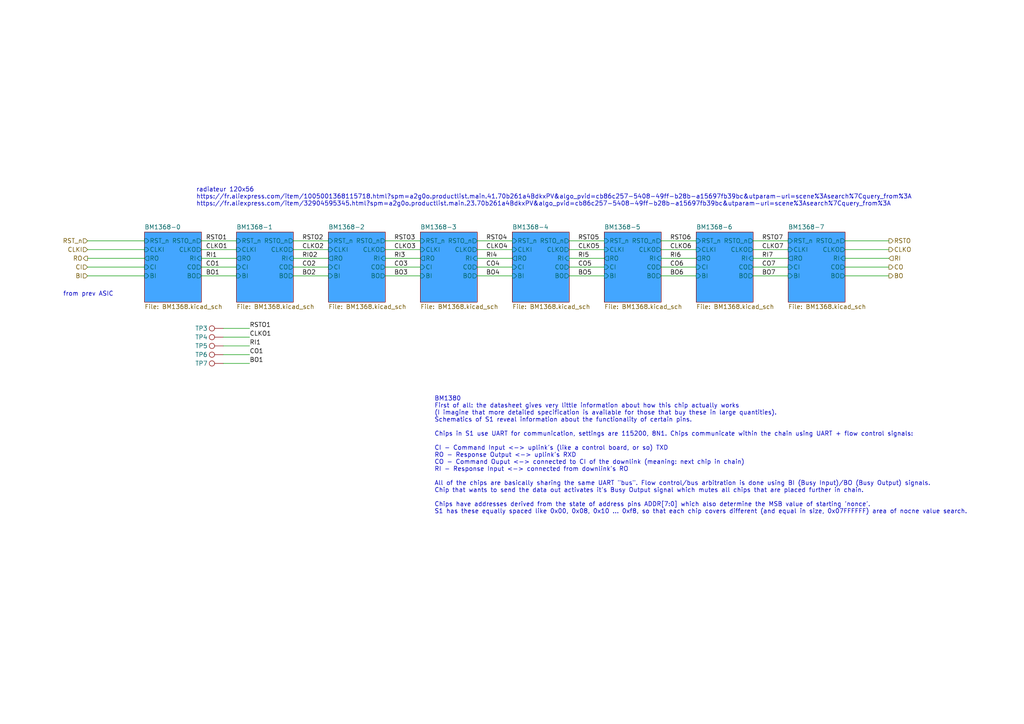
<source format=kicad_sch>
(kicad_sch (version 20231120) (generator "eeschema") (generator_version "8.0")
  (paper "A4")
  (lib_symbols
    (symbol "Connector:TestPoint" (pin_numbers hide) (pin_names (offset 0.762) hide)
      (property "Reference" "TP" (at 0 6.858 0))
      (property "Value" "TestPoint" (at 0 5.08 0))
      (symbol "TestPoint_0_1"
        (circle (center 0 3.302) (radius 0.762))
      )
      (symbol "TestPoint_1_1"
        (pin passive line (at 0 0 90) (length 2.54) (name "1") (number "1"))
      )
    )
  )
  (wire (pts (xy 218.44 80.01) (xy 228.6 80.01)))
  (wire (pts (xy 218.44 72.39) (xy 228.6 72.39)))
  (wire (pts (xy 111.76 74.93) (xy 121.92 74.93)))
  (wire (pts (xy 218.44 69.85) (xy 228.6 69.85)))
  (wire (pts (xy 25.4 72.39) (xy 41.91 72.39)))
  (wire (pts (xy 165.1 77.47) (xy 175.26 77.47)))
  (wire (pts (xy 165.1 80.01) (xy 175.26 80.01)))
  (wire (pts (xy 85.09 80.01) (xy 95.25 80.01)))
  (wire (pts (xy 245.11 72.39) (xy 257.81 72.39)))
  (wire (pts (xy 85.09 74.93) (xy 95.25 74.93)))
  (wire (pts (xy 64.77 95.25) (xy 72.39 95.25)))
  (wire (pts (xy 72.39 105.41) (xy 64.77 105.41)))
  (wire (pts (xy 85.09 77.47) (xy 95.25 77.47)))
  (wire (pts (xy 25.4 74.93) (xy 41.91 74.93)))
  (wire (pts (xy 138.43 69.85) (xy 148.59 69.85)))
  (wire (pts (xy 165.1 69.85) (xy 175.26 69.85)))
  (wire (pts (xy 85.09 69.85) (xy 95.25 69.85)))
  (wire (pts (xy 58.42 80.01) (xy 68.58 80.01)))
  (wire (pts (xy 245.11 74.93) (xy 257.81 74.93)))
  (wire (pts (xy 111.76 72.39) (xy 121.92 72.39)))
  (wire (pts (xy 245.11 77.47) (xy 257.81 77.47)))
  (wire (pts (xy 58.42 74.93) (xy 68.58 74.93)))
  (wire (pts (xy 191.77 77.47) (xy 201.93 77.47)))
  (wire (pts (xy 64.77 100.33) (xy 72.39 100.33)))
  (wire (pts (xy 245.11 69.85) (xy 257.81 69.85)))
  (wire (pts (xy 138.43 77.47) (xy 148.59 77.47)))
  (wire (pts (xy 25.4 77.47) (xy 41.91 77.47)))
  (wire (pts (xy 191.77 69.85) (xy 201.93 69.85)))
  (wire (pts (xy 165.1 72.39) (xy 175.26 72.39)))
  (wire (pts (xy 58.42 72.39) (xy 68.58 72.39)))
  (wire (pts (xy 191.77 74.93) (xy 201.93 74.93)))
  (wire (pts (xy 72.39 102.87) (xy 64.77 102.87)))
  (wire (pts (xy 138.43 80.01) (xy 148.59 80.01)))
  (wire (pts (xy 25.4 69.85) (xy 41.91 69.85)))
  (wire (pts (xy 111.76 77.47) (xy 121.92 77.47)))
  (wire (pts (xy 58.42 69.85) (xy 68.58 69.85)))
  (wire (pts (xy 138.43 72.39) (xy 148.59 72.39)))
  (wire (pts (xy 85.09 72.39) (xy 95.25 72.39)))
  (wire (pts (xy 64.77 97.79) (xy 72.39 97.79)))
  (wire (pts (xy 245.11 80.01) (xy 257.81 80.01)))
  (wire (pts (xy 138.43 74.93) (xy 148.59 74.93)))
  (wire (pts (xy 191.77 80.01) (xy 201.93 80.01)))
  (wire (pts (xy 111.76 80.01) (xy 121.92 80.01)))
  (wire (pts (xy 58.42 77.47) (xy 68.58 77.47)))
  (wire (pts (xy 25.4 80.01) (xy 41.91 80.01)))
  (wire (pts (xy 218.44 74.93) (xy 228.6 74.93)))
  (wire (pts (xy 165.1 74.93) (xy 175.26 74.93)))
  (wire (pts (xy 191.77 72.39) (xy 201.93 72.39)))
  (wire (pts (xy 111.76 69.85) (xy 121.92 69.85)))
  (wire (pts (xy 218.44 77.47) (xy 228.6 77.47)))
  (text "from prev ASIC" (at 18.288 85.344 0) (effects (font (size 1.27 1.27)) (justify left)))
  (text "BM1380\nFirst of all: the datasheet gives very little information about how this chip actually works \n(I imagine that more detailed specification is available for those that buy these in large quantities). \nSchematics of S1 reveal information about the functionality of certain pins.\n\nChips in S1 use UART for communication, settings are 115200, 8N1. Chips communicate within the chain using UART + flow control signals:\n\nCI - Command Input <-> uplink's (like a control board, or so) TXD\nRO - Response Output <-> uplink's RXD\nCO - Command Ouput <-> connected to CI of the downlink (meaning: next chip in chain)\nRI - Response Input <-> connected from downlink's RO\n\nAll of the chips are basically sharing the same UART \"bus\". Flow control/bus arbitration is done using BI (Busy Input)/BO (Busy Output) signals. \nChip that wants to send the data out activates it's Busy Output signal which mutes all chips that are placed further in chain.\n\nChips have addresses derived from the state of address pins ADDR[7:0] which also determine the MSB value of starting 'nonce'. \nS1 has these equally spaced like 0x00, 0x08, 0x10 … 0xf8, so that each chip covers different (and equal in size, 0x07FFFFFF) area of nocne value search." (at 125.984 132.08 0) (effects (font (size 1.27 1.27)) (justify left)))
  (text "radiateur 120x56\nhttps://fr.aliexpress.com/item/1005001368115718.html?spm=a2g0o.productlist.main.41.70b261a4BdkxPV&algo_pvid=cb86c257-5408-49ff-b28b-a15697fb39bc&utparam-url=scene%3Asearch%7Cquery_from%3A\nhttps://fr.aliexpress.com/item/32904595345.html?spm=a2g0o.productlist.main.23.70b261a4BdkxPV&algo_pvid=cb86c257-5408-49ff-b28b-a15697fb39bc&utparam-url=scene%3Asearch%7Cquery_from%3A\n" (at 56.896 57.15 0) (effects (font (size 1.27 1.27)) (justify left)))
  (label "BO6" (at 194.31 80.01 0))
  (label "RSTO6" (at 194.31 69.85 0))
  (label "BO1" (at 59.69 80.01 0))
  (label "CLKO7" (at 220.98 72.39 0))
  (label "BO5" (at 167.64 80.01 0))
  (label "CO1" (at 72.39 102.87 0))
  (label "RSTO3" (at 114.3 69.85 0))
  (label "BO1" (at 72.39 105.41 0))
  (label "BO4" (at 140.97 80.01 0))
  (label "RSTO7" (at 220.98 69.85 0))
  (label "RSTO4" (at 140.97 69.85 0))
  (label "CO6" (at 194.31 77.47 0))
  (label "RI4" (at 140.97 74.93 0))
  (label "CLKO3" (at 114.3 72.39 0))
  (label "RSTO2" (at 87.63 69.85 0))
  (label "RI7" (at 220.98 74.93 0))
  (label "CLKO5" (at 167.64 72.39 0))
  (label "RI1" (at 72.39 100.33 0))
  (label "CO5" (at 167.64 77.47 0))
  (label "CO7" (at 220.98 77.47 0))
  (label "CO2" (at 87.63 77.47 0))
  (label "BO2" (at 87.63 80.01 0))
  (label "RI5" (at 167.64 74.93 0))
  (label "CLKO1" (at 72.39 97.79 0))
  (label "BO7" (at 220.98 80.01 0))
  (label "RI02" (at 87.63 74.93 0))
  (label "CO4" (at 140.97 77.47 0))
  (label "RI3" (at 114.3 74.93 0))
  (label "CLKO4" (at 140.97 72.39 0))
  (label "CLKO2" (at 87.63 72.39 0))
  (label "CLKO1" (at 59.69 72.39 0))
  (label "RSTO5" (at 167.64 69.85 0))
  (label "CO1" (at 59.69 77.47 0))
  (label "CO3" (at 114.3 77.47 0))
  (label "RSTO1" (at 72.39 95.25 0))
  (label "BO3" (at 114.3 80.01 0))
  (label "RI6" (at 194.31 74.93 0))
  (label "CLKO6" (at 194.31 72.39 0))
  (label "RI1" (at 59.69 74.93 0))
  (label "RSTO1" (at 59.69 69.85 0))
  (hierarchical_label "CLKO" (shape output) (at 257.81 72.39 0))
  (hierarchical_label "CLKI" (shape input) (at 25.4 72.39 180))
  (hierarchical_label "CO" (shape output) (at 257.81 77.47 0))
  (hierarchical_label "RSTO" (shape output) (at 257.81 69.85 0))
  (hierarchical_label "CI" (shape input) (at 25.4 77.47 180))
  (hierarchical_label "RI" (shape input) (at 257.81 74.93 0))
  (hierarchical_label "RST_n" (shape input) (at 25.4 69.85 180))
  (hierarchical_label "BO" (shape output) (at 257.81 80.01 0))
  (hierarchical_label "BI" (shape input) (at 25.4 80.01 180))
  (hierarchical_label "RO" (shape output) (at 25.4 74.93 180))
  (symbol (lib_id "Connector:TestPoint") (at 64.77 105.41 90) (unit 1) (in_bom no)
    (property "Reference" "TP7" (at 58.42 105.41 90))
    (property "Value" "TestPoint" (effects (hide yes)))
    (property "Footprint" "TestPoint:TestPoint_Pad_D1.0mm" (effects (hide yes)))
    (instances (project "AsicsBoard - 16xBM1368 - 01A" (path "" (reference "TP7") (unit 1)) (path "" (reference "TP12") (unit 1))))
  )
  (symbol (lib_id "Connector:TestPoint") (at 64.77 102.87 90) (unit 1) (in_bom no)
    (property "Reference" "TP6" (at 58.42 102.87 90))
    (property "Value" "TestPoint" (effects (hide yes)))
    (property "Footprint" "TestPoint:TestPoint_Pad_D1.0mm" (effects (hide yes)))
    (instances (project "AsicsBoard - 16xBM1368 - 01A" (path "" (reference "TP6") (unit 1)) (path "" (reference "TP11") (unit 1))))
  )
  (symbol (lib_id "Connector:TestPoint") (at 64.77 95.25 90) (mirror x) (unit 1) (in_bom no)
    (property "Reference" "TP3" (at 58.42 95.25 90))
    (property "Value" "TestPoint" (effects (hide yes)))
    (property "Footprint" "TestPoint:TestPoint_Pad_D1.0mm" (effects (hide yes)))
    (instances (project "AsicsBoard - 16xBM1368 - 01A" (path "" (reference "TP3") (unit 1)) (path "" (reference "TP8") (unit 1))))
  )
  (symbol (lib_id "Connector:TestPoint") (at 64.77 100.33 90) (mirror x) (unit 1) (in_bom no)
    (property "Reference" "TP5" (at 58.42 100.33 90))
    (property "Value" "TestPoint" (effects (hide yes)))
    (property "Footprint" "TestPoint:TestPoint_Pad_D1.0mm" (effects (hide yes)))
    (instances (project "AsicsBoard - 16xBM1368 - 01A" (path "" (reference "TP5") (unit 1)) (path "" (reference "TP10") (unit 1))))
  )
  (symbol (lib_id "Connector:TestPoint") (at 64.77 97.79 90) (unit 1) (in_bom no)
    (property "Reference" "TP4" (at 58.42 97.79 90))
    (property "Value" "TestPoint" (effects (hide yes)))
    (property "Footprint" "TestPoint:TestPoint_Pad_D1.0mm" (effects (hide yes)))
    (instances (project "AsicsBoard - 16xBM1368 - 01A" (path "" (reference "TP4") (unit 1)) (path "" (reference "TP9") (unit 1))))
  )
  (sheet (at 41.91 67.31) (size 16.51 20.32) (stroke (width 0.1524)) (fill (color 67 166 255 1.0000))
    (property "Sheetname" "BM1368-0" (at 41.91 66.5984 0) (effects (justify left bottom)))
    (property "Sheetfile" "BM1368.kicad_sch" (at 41.91 88.2146 0) (effects (justify left top)))
    (pin "CLKO" output (at 58.42 72.39 0))
    (pin "RO" output (at 41.91 74.93 180))
    (pin "CO" output (at 58.42 77.47 0))
    (pin "BO" output (at 58.42 80.01 0))
    (pin "RSTO_n" output (at 58.42 69.85 0))
    (pin "CLKI" input (at 41.91 72.39 180))
    (pin "CI" input (at 41.91 77.47 180))
    (pin "RI" input (at 58.42 74.93 0))
    (pin "RST_n" input (at 41.91 69.85 180))
    (pin "BI" input (at 41.91 80.01 180))
  )
  (sheet (at 175.26 67.31) (size 16.51 20.32) (stroke (width 0.1524)) (fill (color 67 166 255 1.0000))
    (property "Sheetname" "BM1368-5" (at 175.26 66.5984 0) (effects (justify left bottom)))
    (property "Sheetfile" "BM1368.kicad_sch" (at 175.26 88.2146 0) (effects (justify left top)))
    (pin "CLKO" output (at 191.77 72.39 0))
    (pin "RO" output (at 175.26 74.93 180))
    (pin "CO" output (at 191.77 77.47 0))
    (pin "BO" output (at 191.77 80.01 0))
    (pin "RSTO_n" output (at 191.77 69.85 0))
    (pin "CLKI" input (at 175.26 72.39 180))
    (pin "CI" input (at 175.26 77.47 180))
    (pin "RI" input (at 191.77 74.93 0))
    (pin "RST_n" input (at 175.26 69.85 180))
    (pin "BI" input (at 175.26 80.01 180))
  )
  (sheet (at 121.92 67.31) (size 16.51 20.32) (stroke (width 0.1524)) (fill (color 67 166 255 1.0000))
    (property "Sheetname" "BM1368-3" (at 121.92 66.5984 0) (effects (justify left bottom)))
    (property "Sheetfile" "BM1368.kicad_sch" (at 121.92 88.2146 0) (effects (justify left top)))
    (pin "CLKO" output (at 138.43 72.39 0))
    (pin "RO" output (at 121.92 74.93 180))
    (pin "CO" output (at 138.43 77.47 0))
    (pin "BO" output (at 138.43 80.01 0))
    (pin "RSTO_n" output (at 138.43 69.85 0))
    (pin "CLKI" input (at 121.92 72.39 180))
    (pin "CI" input (at 121.92 77.47 180))
    (pin "RI" input (at 138.43 74.93 0))
    (pin "RST_n" input (at 121.92 69.85 180))
    (pin "BI" input (at 121.92 80.01 180))
  )
  (sheet (at 228.6 67.31) (size 16.51 20.32) (stroke (width 0.1524)) (fill (color 67 166 255 1.0000))
    (property "Sheetname" "BM1368-7" (at 228.6 66.5984 0) (effects (justify left bottom)))
    (property "Sheetfile" "BM1368.kicad_sch" (at 228.6 88.2146 0) (effects (justify left top)))
    (pin "CLKO" output (at 245.11 72.39 0))
    (pin "RO" output (at 228.6 74.93 180))
    (pin "CO" output (at 245.11 77.47 0))
    (pin "BO" output (at 245.11 80.01 0))
    (pin "RSTO_n" output (at 245.11 69.85 0))
    (pin "CLKI" input (at 228.6 72.39 180))
    (pin "CI" input (at 228.6 77.47 180))
    (pin "RI" input (at 245.11 74.93 0))
    (pin "RST_n" input (at 228.6 69.85 180))
    (pin "BI" input (at 228.6 80.01 180))
  )
  (sheet (at 148.59 67.31) (size 16.51 20.32) (stroke (width 0.1524)) (fill (color 67 166 255 1.0000))
    (property "Sheetname" "BM1368-4" (at 148.59 66.5984 0) (effects (justify left bottom)))
    (property "Sheetfile" "BM1368.kicad_sch" (at 148.59 88.2146 0) (effects (justify left top)))
    (pin "CLKO" output (at 165.1 72.39 0))
    (pin "RO" output (at 148.59 74.93 180))
    (pin "CO" output (at 165.1 77.47 0))
    (pin "BO" output (at 165.1 80.01 0))
    (pin "RSTO_n" output (at 165.1 69.85 0))
    (pin "CLKI" input (at 148.59 72.39 180))
    (pin "CI" input (at 148.59 77.47 180))
    (pin "RI" input (at 165.1 74.93 0))
    (pin "RST_n" input (at 148.59 69.85 180))
    (pin "BI" input (at 148.59 80.01 180))
  )
  (sheet (at 201.93 67.31) (size 16.51 20.32) (stroke (width 0.1524)) (fill (color 67 166 255 1.0000))
    (property "Sheetname" "BM1368-6" (at 201.93 66.5984 0) (effects (justify left bottom)))
    (property "Sheetfile" "BM1368.kicad_sch" (at 201.93 88.2146 0) (effects (justify left top)))
    (pin "CLKO" output (at 218.44 72.39 0))
    (pin "RO" output (at 201.93 74.93 180))
    (pin "CO" output (at 218.44 77.47 0))
    (pin "BO" output (at 218.44 80.01 0))
    (pin "RSTO_n" output (at 218.44 69.85 0))
    (pin "CLKI" input (at 201.93 72.39 180))
    (pin "CI" input (at 201.93 77.47 180))
    (pin "RI" input (at 218.44 74.93 0))
    (pin "RST_n" input (at 201.93 69.85 180))
    (pin "BI" input (at 201.93 80.01 180))
  )
  (sheet (at 68.58 67.31) (size 16.51 20.32) (stroke (width 0.1524)) (fill (color 67 166 255 1.0000))
    (property "Sheetname" "BM1368-1" (at 68.58 66.5984 0) (effects (justify left bottom)))
    (property "Sheetfile" "BM1368.kicad_sch" (at 68.58 88.2146 0) (effects (justify left top)))
    (pin "CLKO" output (at 85.09 72.39 0))
    (pin "RO" output (at 68.58 74.93 180))
    (pin "CO" output (at 85.09 77.47 0))
    (pin "BO" output (at 85.09 80.01 0))
    (pin "RSTO_n" output (at 85.09 69.85 0))
    (pin "CLKI" input (at 68.58 72.39 180))
    (pin "CI" input (at 68.58 77.47 180))
    (pin "RI" input (at 85.09 74.93 0))
    (pin "RST_n" input (at 68.58 69.85 180))
    (pin "BI" input (at 68.58 80.01 180))
  )
  (sheet (at 95.25 67.31) (size 16.51 20.32) (stroke (width 0.1524)) (fill (color 67 166 255 1.0000))
    (property "Sheetname" "BM1368-2" (at 95.25 66.5984 0) (effects (justify left bottom)))
    (property "Sheetfile" "BM1368.kicad_sch" (at 95.25 88.2146 0) (effects (justify left top)))
    (pin "CLKO" output (at 111.76 72.39 0))
    (pin "RO" output (at 95.25 74.93 180))
    (pin "CO" output (at 111.76 77.47 0))
    (pin "BO" output (at 111.76 80.01 0))
    (pin "RSTO_n" output (at 111.76 69.85 0))
    (pin "CLKI" input (at 95.25 72.39 180))
    (pin "CI" input (at 95.25 77.47 180))
    (pin "RI" input (at 111.76 74.93 0))
    (pin "RST_n" input (at 95.25 69.85 180))
    (pin "BI" input (at 95.25 80.01 180))
  )
)
</source>
